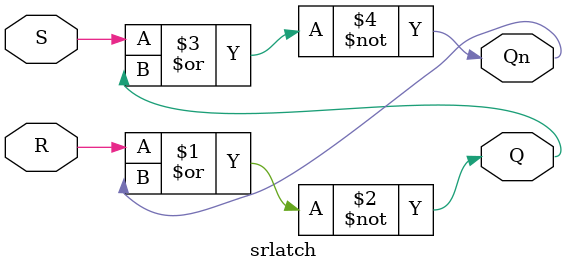
<source format=v>
module srlatch(S, R, Q, Qn);
    input S, R; // Set and Reset inputs
    output Q, Qn; // Outputs: Q and its complement
    
    // NOR feedback logic
    assign Q  = ~(R | Qn); // Q is reset when R=1
    assign Qn = ~(S | Q); // Qn is reset when S=1
endmodule

</source>
